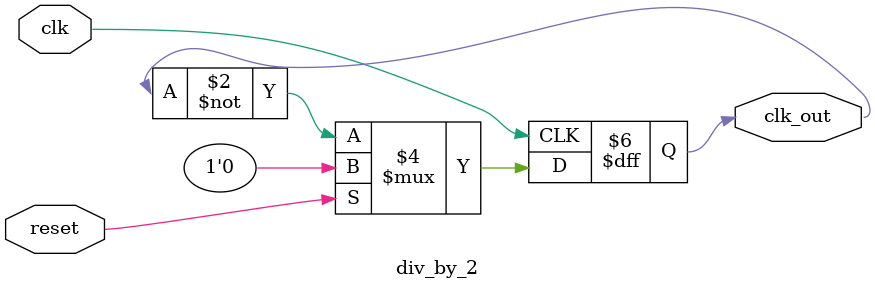
<source format=v>
`timescale 1ns / 1ps
module div_by_2(
    input clk,reset,
	output reg clk_out
    );
    
always@(posedge clk)   begin
	if(reset)
		clk_out <= 0;
	else
		clk_out <= ~clk_out;
end
 
endmodule

</source>
